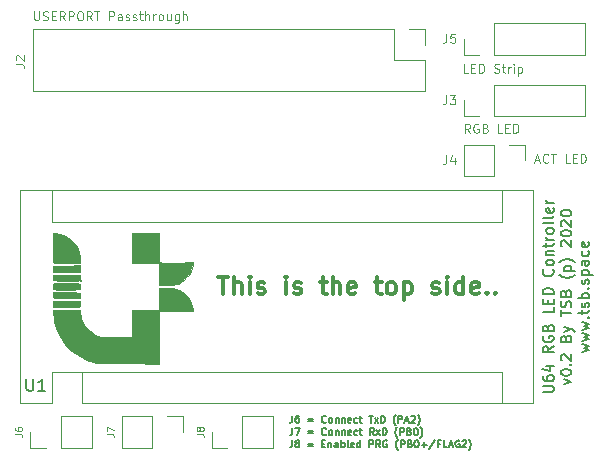
<source format=gto>
%TF.GenerationSoftware,KiCad,Pcbnew,(5.1.7)-1*%
%TF.CreationDate,2020-12-17T22:24:39+01:00*%
%TF.ProjectId,u64_rgb_led,7536345f-7267-4625-9f6c-65642e6b6963,rev?*%
%TF.SameCoordinates,Original*%
%TF.FileFunction,Legend,Top*%
%TF.FilePolarity,Positive*%
%FSLAX46Y46*%
G04 Gerber Fmt 4.6, Leading zero omitted, Abs format (unit mm)*
G04 Created by KiCad (PCBNEW (5.1.7)-1) date 2020-12-17 22:24:39*
%MOMM*%
%LPD*%
G01*
G04 APERTURE LIST*
%ADD10C,0.150000*%
%ADD11C,0.300000*%
%ADD12C,0.120000*%
%ADD13C,0.010000*%
%ADD14C,0.100000*%
G04 APERTURE END LIST*
D10*
X47782785Y-54247428D02*
X47782785Y-54676000D01*
X47754214Y-54761714D01*
X47697071Y-54818857D01*
X47611357Y-54847428D01*
X47554214Y-54847428D01*
X48325642Y-54247428D02*
X48211357Y-54247428D01*
X48154214Y-54276000D01*
X48125642Y-54304571D01*
X48068500Y-54390285D01*
X48039928Y-54504571D01*
X48039928Y-54733142D01*
X48068500Y-54790285D01*
X48097071Y-54818857D01*
X48154214Y-54847428D01*
X48268500Y-54847428D01*
X48325642Y-54818857D01*
X48354214Y-54790285D01*
X48382785Y-54733142D01*
X48382785Y-54590285D01*
X48354214Y-54533142D01*
X48325642Y-54504571D01*
X48268500Y-54476000D01*
X48154214Y-54476000D01*
X48097071Y-54504571D01*
X48068500Y-54533142D01*
X48039928Y-54590285D01*
X49097071Y-54533142D02*
X49554214Y-54533142D01*
X49554214Y-54704571D02*
X49097071Y-54704571D01*
X50639928Y-54790285D02*
X50611357Y-54818857D01*
X50525642Y-54847428D01*
X50468500Y-54847428D01*
X50382785Y-54818857D01*
X50325642Y-54761714D01*
X50297071Y-54704571D01*
X50268500Y-54590285D01*
X50268500Y-54504571D01*
X50297071Y-54390285D01*
X50325642Y-54333142D01*
X50382785Y-54276000D01*
X50468500Y-54247428D01*
X50525642Y-54247428D01*
X50611357Y-54276000D01*
X50639928Y-54304571D01*
X50982785Y-54847428D02*
X50925642Y-54818857D01*
X50897071Y-54790285D01*
X50868500Y-54733142D01*
X50868500Y-54561714D01*
X50897071Y-54504571D01*
X50925642Y-54476000D01*
X50982785Y-54447428D01*
X51068500Y-54447428D01*
X51125642Y-54476000D01*
X51154214Y-54504571D01*
X51182785Y-54561714D01*
X51182785Y-54733142D01*
X51154214Y-54790285D01*
X51125642Y-54818857D01*
X51068500Y-54847428D01*
X50982785Y-54847428D01*
X51439928Y-54447428D02*
X51439928Y-54847428D01*
X51439928Y-54504571D02*
X51468500Y-54476000D01*
X51525642Y-54447428D01*
X51611357Y-54447428D01*
X51668500Y-54476000D01*
X51697071Y-54533142D01*
X51697071Y-54847428D01*
X51982785Y-54447428D02*
X51982785Y-54847428D01*
X51982785Y-54504571D02*
X52011357Y-54476000D01*
X52068500Y-54447428D01*
X52154214Y-54447428D01*
X52211357Y-54476000D01*
X52239928Y-54533142D01*
X52239928Y-54847428D01*
X52754214Y-54818857D02*
X52697071Y-54847428D01*
X52582785Y-54847428D01*
X52525642Y-54818857D01*
X52497071Y-54761714D01*
X52497071Y-54533142D01*
X52525642Y-54476000D01*
X52582785Y-54447428D01*
X52697071Y-54447428D01*
X52754214Y-54476000D01*
X52782785Y-54533142D01*
X52782785Y-54590285D01*
X52497071Y-54647428D01*
X53297071Y-54818857D02*
X53239928Y-54847428D01*
X53125642Y-54847428D01*
X53068500Y-54818857D01*
X53039928Y-54790285D01*
X53011357Y-54733142D01*
X53011357Y-54561714D01*
X53039928Y-54504571D01*
X53068500Y-54476000D01*
X53125642Y-54447428D01*
X53239928Y-54447428D01*
X53297071Y-54476000D01*
X53468500Y-54447428D02*
X53697071Y-54447428D01*
X53554214Y-54247428D02*
X53554214Y-54761714D01*
X53582785Y-54818857D01*
X53639928Y-54847428D01*
X53697071Y-54847428D01*
X54268500Y-54247428D02*
X54611357Y-54247428D01*
X54439928Y-54847428D02*
X54439928Y-54247428D01*
X54754214Y-54847428D02*
X55068500Y-54447428D01*
X54754214Y-54447428D02*
X55068500Y-54847428D01*
X55297071Y-54847428D02*
X55297071Y-54247428D01*
X55439928Y-54247428D01*
X55525642Y-54276000D01*
X55582785Y-54333142D01*
X55611357Y-54390285D01*
X55639928Y-54504571D01*
X55639928Y-54590285D01*
X55611357Y-54704571D01*
X55582785Y-54761714D01*
X55525642Y-54818857D01*
X55439928Y-54847428D01*
X55297071Y-54847428D01*
X56525642Y-55076000D02*
X56497071Y-55047428D01*
X56439928Y-54961714D01*
X56411357Y-54904571D01*
X56382785Y-54818857D01*
X56354214Y-54676000D01*
X56354214Y-54561714D01*
X56382785Y-54418857D01*
X56411357Y-54333142D01*
X56439928Y-54276000D01*
X56497071Y-54190285D01*
X56525642Y-54161714D01*
X56754214Y-54847428D02*
X56754214Y-54247428D01*
X56982785Y-54247428D01*
X57039928Y-54276000D01*
X57068500Y-54304571D01*
X57097071Y-54361714D01*
X57097071Y-54447428D01*
X57068500Y-54504571D01*
X57039928Y-54533142D01*
X56982785Y-54561714D01*
X56754214Y-54561714D01*
X57325642Y-54676000D02*
X57611357Y-54676000D01*
X57268500Y-54847428D02*
X57468500Y-54247428D01*
X57668500Y-54847428D01*
X57839928Y-54304571D02*
X57868500Y-54276000D01*
X57925642Y-54247428D01*
X58068500Y-54247428D01*
X58125642Y-54276000D01*
X58154214Y-54304571D01*
X58182785Y-54361714D01*
X58182785Y-54418857D01*
X58154214Y-54504571D01*
X57811357Y-54847428D01*
X58182785Y-54847428D01*
X58382785Y-55076000D02*
X58411357Y-55047428D01*
X58468500Y-54961714D01*
X58497071Y-54904571D01*
X58525642Y-54818857D01*
X58554214Y-54676000D01*
X58554214Y-54561714D01*
X58525642Y-54418857D01*
X58497071Y-54333142D01*
X58468500Y-54276000D01*
X58411357Y-54190285D01*
X58382785Y-54161714D01*
X47782785Y-55297428D02*
X47782785Y-55726000D01*
X47754214Y-55811714D01*
X47697071Y-55868857D01*
X47611357Y-55897428D01*
X47554214Y-55897428D01*
X48011357Y-55297428D02*
X48411357Y-55297428D01*
X48154214Y-55897428D01*
X49097071Y-55583142D02*
X49554214Y-55583142D01*
X49554214Y-55754571D02*
X49097071Y-55754571D01*
X50639928Y-55840285D02*
X50611357Y-55868857D01*
X50525642Y-55897428D01*
X50468500Y-55897428D01*
X50382785Y-55868857D01*
X50325642Y-55811714D01*
X50297071Y-55754571D01*
X50268500Y-55640285D01*
X50268500Y-55554571D01*
X50297071Y-55440285D01*
X50325642Y-55383142D01*
X50382785Y-55326000D01*
X50468500Y-55297428D01*
X50525642Y-55297428D01*
X50611357Y-55326000D01*
X50639928Y-55354571D01*
X50982785Y-55897428D02*
X50925642Y-55868857D01*
X50897071Y-55840285D01*
X50868500Y-55783142D01*
X50868500Y-55611714D01*
X50897071Y-55554571D01*
X50925642Y-55526000D01*
X50982785Y-55497428D01*
X51068500Y-55497428D01*
X51125642Y-55526000D01*
X51154214Y-55554571D01*
X51182785Y-55611714D01*
X51182785Y-55783142D01*
X51154214Y-55840285D01*
X51125642Y-55868857D01*
X51068500Y-55897428D01*
X50982785Y-55897428D01*
X51439928Y-55497428D02*
X51439928Y-55897428D01*
X51439928Y-55554571D02*
X51468500Y-55526000D01*
X51525642Y-55497428D01*
X51611357Y-55497428D01*
X51668500Y-55526000D01*
X51697071Y-55583142D01*
X51697071Y-55897428D01*
X51982785Y-55497428D02*
X51982785Y-55897428D01*
X51982785Y-55554571D02*
X52011357Y-55526000D01*
X52068500Y-55497428D01*
X52154214Y-55497428D01*
X52211357Y-55526000D01*
X52239928Y-55583142D01*
X52239928Y-55897428D01*
X52754214Y-55868857D02*
X52697071Y-55897428D01*
X52582785Y-55897428D01*
X52525642Y-55868857D01*
X52497071Y-55811714D01*
X52497071Y-55583142D01*
X52525642Y-55526000D01*
X52582785Y-55497428D01*
X52697071Y-55497428D01*
X52754214Y-55526000D01*
X52782785Y-55583142D01*
X52782785Y-55640285D01*
X52497071Y-55697428D01*
X53297071Y-55868857D02*
X53239928Y-55897428D01*
X53125642Y-55897428D01*
X53068500Y-55868857D01*
X53039928Y-55840285D01*
X53011357Y-55783142D01*
X53011357Y-55611714D01*
X53039928Y-55554571D01*
X53068500Y-55526000D01*
X53125642Y-55497428D01*
X53239928Y-55497428D01*
X53297071Y-55526000D01*
X53468500Y-55497428D02*
X53697071Y-55497428D01*
X53554214Y-55297428D02*
X53554214Y-55811714D01*
X53582785Y-55868857D01*
X53639928Y-55897428D01*
X53697071Y-55897428D01*
X54697071Y-55897428D02*
X54497071Y-55611714D01*
X54354214Y-55897428D02*
X54354214Y-55297428D01*
X54582785Y-55297428D01*
X54639928Y-55326000D01*
X54668500Y-55354571D01*
X54697071Y-55411714D01*
X54697071Y-55497428D01*
X54668500Y-55554571D01*
X54639928Y-55583142D01*
X54582785Y-55611714D01*
X54354214Y-55611714D01*
X54897071Y-55897428D02*
X55211357Y-55497428D01*
X54897071Y-55497428D02*
X55211357Y-55897428D01*
X55439928Y-55897428D02*
X55439928Y-55297428D01*
X55582785Y-55297428D01*
X55668500Y-55326000D01*
X55725642Y-55383142D01*
X55754214Y-55440285D01*
X55782785Y-55554571D01*
X55782785Y-55640285D01*
X55754214Y-55754571D01*
X55725642Y-55811714D01*
X55668500Y-55868857D01*
X55582785Y-55897428D01*
X55439928Y-55897428D01*
X56668500Y-56126000D02*
X56639928Y-56097428D01*
X56582785Y-56011714D01*
X56554214Y-55954571D01*
X56525642Y-55868857D01*
X56497071Y-55726000D01*
X56497071Y-55611714D01*
X56525642Y-55468857D01*
X56554214Y-55383142D01*
X56582785Y-55326000D01*
X56639928Y-55240285D01*
X56668500Y-55211714D01*
X56897071Y-55897428D02*
X56897071Y-55297428D01*
X57125642Y-55297428D01*
X57182785Y-55326000D01*
X57211357Y-55354571D01*
X57239928Y-55411714D01*
X57239928Y-55497428D01*
X57211357Y-55554571D01*
X57182785Y-55583142D01*
X57125642Y-55611714D01*
X56897071Y-55611714D01*
X57697071Y-55583142D02*
X57782785Y-55611714D01*
X57811357Y-55640285D01*
X57839928Y-55697428D01*
X57839928Y-55783142D01*
X57811357Y-55840285D01*
X57782785Y-55868857D01*
X57725642Y-55897428D01*
X57497071Y-55897428D01*
X57497071Y-55297428D01*
X57697071Y-55297428D01*
X57754214Y-55326000D01*
X57782785Y-55354571D01*
X57811357Y-55411714D01*
X57811357Y-55468857D01*
X57782785Y-55526000D01*
X57754214Y-55554571D01*
X57697071Y-55583142D01*
X57497071Y-55583142D01*
X58211357Y-55297428D02*
X58268500Y-55297428D01*
X58325642Y-55326000D01*
X58354214Y-55354571D01*
X58382785Y-55411714D01*
X58411357Y-55526000D01*
X58411357Y-55668857D01*
X58382785Y-55783142D01*
X58354214Y-55840285D01*
X58325642Y-55868857D01*
X58268500Y-55897428D01*
X58211357Y-55897428D01*
X58154214Y-55868857D01*
X58125642Y-55840285D01*
X58097071Y-55783142D01*
X58068500Y-55668857D01*
X58068500Y-55526000D01*
X58097071Y-55411714D01*
X58125642Y-55354571D01*
X58154214Y-55326000D01*
X58211357Y-55297428D01*
X58611357Y-56126000D02*
X58639928Y-56097428D01*
X58697071Y-56011714D01*
X58725642Y-55954571D01*
X58754214Y-55868857D01*
X58782785Y-55726000D01*
X58782785Y-55611714D01*
X58754214Y-55468857D01*
X58725642Y-55383142D01*
X58697071Y-55326000D01*
X58639928Y-55240285D01*
X58611357Y-55211714D01*
X47782785Y-56347428D02*
X47782785Y-56776000D01*
X47754214Y-56861714D01*
X47697071Y-56918857D01*
X47611357Y-56947428D01*
X47554214Y-56947428D01*
X48154214Y-56604571D02*
X48097071Y-56576000D01*
X48068500Y-56547428D01*
X48039928Y-56490285D01*
X48039928Y-56461714D01*
X48068500Y-56404571D01*
X48097071Y-56376000D01*
X48154214Y-56347428D01*
X48268500Y-56347428D01*
X48325642Y-56376000D01*
X48354214Y-56404571D01*
X48382785Y-56461714D01*
X48382785Y-56490285D01*
X48354214Y-56547428D01*
X48325642Y-56576000D01*
X48268500Y-56604571D01*
X48154214Y-56604571D01*
X48097071Y-56633142D01*
X48068500Y-56661714D01*
X48039928Y-56718857D01*
X48039928Y-56833142D01*
X48068500Y-56890285D01*
X48097071Y-56918857D01*
X48154214Y-56947428D01*
X48268500Y-56947428D01*
X48325642Y-56918857D01*
X48354214Y-56890285D01*
X48382785Y-56833142D01*
X48382785Y-56718857D01*
X48354214Y-56661714D01*
X48325642Y-56633142D01*
X48268500Y-56604571D01*
X49097071Y-56633142D02*
X49554214Y-56633142D01*
X49554214Y-56804571D02*
X49097071Y-56804571D01*
X50297071Y-56633142D02*
X50497071Y-56633142D01*
X50582785Y-56947428D02*
X50297071Y-56947428D01*
X50297071Y-56347428D01*
X50582785Y-56347428D01*
X50839928Y-56547428D02*
X50839928Y-56947428D01*
X50839928Y-56604571D02*
X50868500Y-56576000D01*
X50925642Y-56547428D01*
X51011357Y-56547428D01*
X51068500Y-56576000D01*
X51097071Y-56633142D01*
X51097071Y-56947428D01*
X51639928Y-56947428D02*
X51639928Y-56633142D01*
X51611357Y-56576000D01*
X51554214Y-56547428D01*
X51439928Y-56547428D01*
X51382785Y-56576000D01*
X51639928Y-56918857D02*
X51582785Y-56947428D01*
X51439928Y-56947428D01*
X51382785Y-56918857D01*
X51354214Y-56861714D01*
X51354214Y-56804571D01*
X51382785Y-56747428D01*
X51439928Y-56718857D01*
X51582785Y-56718857D01*
X51639928Y-56690285D01*
X51925642Y-56947428D02*
X51925642Y-56347428D01*
X51925642Y-56576000D02*
X51982785Y-56547428D01*
X52097071Y-56547428D01*
X52154214Y-56576000D01*
X52182785Y-56604571D01*
X52211357Y-56661714D01*
X52211357Y-56833142D01*
X52182785Y-56890285D01*
X52154214Y-56918857D01*
X52097071Y-56947428D01*
X51982785Y-56947428D01*
X51925642Y-56918857D01*
X52554214Y-56947428D02*
X52497071Y-56918857D01*
X52468500Y-56861714D01*
X52468500Y-56347428D01*
X53011357Y-56918857D02*
X52954214Y-56947428D01*
X52839928Y-56947428D01*
X52782785Y-56918857D01*
X52754214Y-56861714D01*
X52754214Y-56633142D01*
X52782785Y-56576000D01*
X52839928Y-56547428D01*
X52954214Y-56547428D01*
X53011357Y-56576000D01*
X53039928Y-56633142D01*
X53039928Y-56690285D01*
X52754214Y-56747428D01*
X53554214Y-56947428D02*
X53554214Y-56347428D01*
X53554214Y-56918857D02*
X53497071Y-56947428D01*
X53382785Y-56947428D01*
X53325642Y-56918857D01*
X53297071Y-56890285D01*
X53268500Y-56833142D01*
X53268500Y-56661714D01*
X53297071Y-56604571D01*
X53325642Y-56576000D01*
X53382785Y-56547428D01*
X53497071Y-56547428D01*
X53554214Y-56576000D01*
X54297071Y-56947428D02*
X54297071Y-56347428D01*
X54525642Y-56347428D01*
X54582785Y-56376000D01*
X54611357Y-56404571D01*
X54639928Y-56461714D01*
X54639928Y-56547428D01*
X54611357Y-56604571D01*
X54582785Y-56633142D01*
X54525642Y-56661714D01*
X54297071Y-56661714D01*
X55239928Y-56947428D02*
X55039928Y-56661714D01*
X54897071Y-56947428D02*
X54897071Y-56347428D01*
X55125642Y-56347428D01*
X55182785Y-56376000D01*
X55211357Y-56404571D01*
X55239928Y-56461714D01*
X55239928Y-56547428D01*
X55211357Y-56604571D01*
X55182785Y-56633142D01*
X55125642Y-56661714D01*
X54897071Y-56661714D01*
X55811357Y-56376000D02*
X55754214Y-56347428D01*
X55668500Y-56347428D01*
X55582785Y-56376000D01*
X55525642Y-56433142D01*
X55497071Y-56490285D01*
X55468500Y-56604571D01*
X55468500Y-56690285D01*
X55497071Y-56804571D01*
X55525642Y-56861714D01*
X55582785Y-56918857D01*
X55668500Y-56947428D01*
X55725642Y-56947428D01*
X55811357Y-56918857D01*
X55839928Y-56890285D01*
X55839928Y-56690285D01*
X55725642Y-56690285D01*
X56725642Y-57176000D02*
X56697071Y-57147428D01*
X56639928Y-57061714D01*
X56611357Y-57004571D01*
X56582785Y-56918857D01*
X56554214Y-56776000D01*
X56554214Y-56661714D01*
X56582785Y-56518857D01*
X56611357Y-56433142D01*
X56639928Y-56376000D01*
X56697071Y-56290285D01*
X56725642Y-56261714D01*
X56954214Y-56947428D02*
X56954214Y-56347428D01*
X57182785Y-56347428D01*
X57239928Y-56376000D01*
X57268500Y-56404571D01*
X57297071Y-56461714D01*
X57297071Y-56547428D01*
X57268500Y-56604571D01*
X57239928Y-56633142D01*
X57182785Y-56661714D01*
X56954214Y-56661714D01*
X57754214Y-56633142D02*
X57839928Y-56661714D01*
X57868500Y-56690285D01*
X57897071Y-56747428D01*
X57897071Y-56833142D01*
X57868500Y-56890285D01*
X57839928Y-56918857D01*
X57782785Y-56947428D01*
X57554214Y-56947428D01*
X57554214Y-56347428D01*
X57754214Y-56347428D01*
X57811357Y-56376000D01*
X57839928Y-56404571D01*
X57868500Y-56461714D01*
X57868500Y-56518857D01*
X57839928Y-56576000D01*
X57811357Y-56604571D01*
X57754214Y-56633142D01*
X57554214Y-56633142D01*
X58268500Y-56347428D02*
X58325642Y-56347428D01*
X58382785Y-56376000D01*
X58411357Y-56404571D01*
X58439928Y-56461714D01*
X58468500Y-56576000D01*
X58468500Y-56718857D01*
X58439928Y-56833142D01*
X58411357Y-56890285D01*
X58382785Y-56918857D01*
X58325642Y-56947428D01*
X58268500Y-56947428D01*
X58211357Y-56918857D01*
X58182785Y-56890285D01*
X58154214Y-56833142D01*
X58125642Y-56718857D01*
X58125642Y-56576000D01*
X58154214Y-56461714D01*
X58182785Y-56404571D01*
X58211357Y-56376000D01*
X58268500Y-56347428D01*
X58725642Y-56718857D02*
X59182785Y-56718857D01*
X58954214Y-56947428D02*
X58954214Y-56490285D01*
X59897071Y-56318857D02*
X59382785Y-57090285D01*
X60297071Y-56633142D02*
X60097071Y-56633142D01*
X60097071Y-56947428D02*
X60097071Y-56347428D01*
X60382785Y-56347428D01*
X60897071Y-56947428D02*
X60611357Y-56947428D01*
X60611357Y-56347428D01*
X61068500Y-56776000D02*
X61354214Y-56776000D01*
X61011357Y-56947428D02*
X61211357Y-56347428D01*
X61411357Y-56947428D01*
X61925642Y-56376000D02*
X61868500Y-56347428D01*
X61782785Y-56347428D01*
X61697071Y-56376000D01*
X61639928Y-56433142D01*
X61611357Y-56490285D01*
X61582785Y-56604571D01*
X61582785Y-56690285D01*
X61611357Y-56804571D01*
X61639928Y-56861714D01*
X61697071Y-56918857D01*
X61782785Y-56947428D01*
X61839928Y-56947428D01*
X61925642Y-56918857D01*
X61954214Y-56890285D01*
X61954214Y-56690285D01*
X61839928Y-56690285D01*
X62182785Y-56404571D02*
X62211357Y-56376000D01*
X62268500Y-56347428D01*
X62411357Y-56347428D01*
X62468500Y-56376000D01*
X62497071Y-56404571D01*
X62525642Y-56461714D01*
X62525642Y-56518857D01*
X62497071Y-56604571D01*
X62154214Y-56947428D01*
X62525642Y-56947428D01*
X62725642Y-57176000D02*
X62754214Y-57147428D01*
X62811357Y-57061714D01*
X62839928Y-57004571D01*
X62868500Y-56918857D01*
X62897071Y-56776000D01*
X62897071Y-56661714D01*
X62868500Y-56518857D01*
X62839928Y-56433142D01*
X62811357Y-56376000D01*
X62754214Y-56290285D01*
X62725642Y-56261714D01*
D11*
X41482857Y-42485571D02*
X42340000Y-42485571D01*
X41911428Y-43985571D02*
X41911428Y-42485571D01*
X42840000Y-43985571D02*
X42840000Y-42485571D01*
X43482857Y-43985571D02*
X43482857Y-43199857D01*
X43411428Y-43057000D01*
X43268571Y-42985571D01*
X43054285Y-42985571D01*
X42911428Y-43057000D01*
X42840000Y-43128428D01*
X44197142Y-43985571D02*
X44197142Y-42985571D01*
X44197142Y-42485571D02*
X44125714Y-42557000D01*
X44197142Y-42628428D01*
X44268571Y-42557000D01*
X44197142Y-42485571D01*
X44197142Y-42628428D01*
X44840000Y-43914142D02*
X44982857Y-43985571D01*
X45268571Y-43985571D01*
X45411428Y-43914142D01*
X45482857Y-43771285D01*
X45482857Y-43699857D01*
X45411428Y-43557000D01*
X45268571Y-43485571D01*
X45054285Y-43485571D01*
X44911428Y-43414142D01*
X44840000Y-43271285D01*
X44840000Y-43199857D01*
X44911428Y-43057000D01*
X45054285Y-42985571D01*
X45268571Y-42985571D01*
X45411428Y-43057000D01*
X47268571Y-43985571D02*
X47268571Y-42985571D01*
X47268571Y-42485571D02*
X47197142Y-42557000D01*
X47268571Y-42628428D01*
X47340000Y-42557000D01*
X47268571Y-42485571D01*
X47268571Y-42628428D01*
X47911428Y-43914142D02*
X48054285Y-43985571D01*
X48340000Y-43985571D01*
X48482857Y-43914142D01*
X48554285Y-43771285D01*
X48554285Y-43699857D01*
X48482857Y-43557000D01*
X48340000Y-43485571D01*
X48125714Y-43485571D01*
X47982857Y-43414142D01*
X47911428Y-43271285D01*
X47911428Y-43199857D01*
X47982857Y-43057000D01*
X48125714Y-42985571D01*
X48340000Y-42985571D01*
X48482857Y-43057000D01*
X50125714Y-42985571D02*
X50697142Y-42985571D01*
X50340000Y-42485571D02*
X50340000Y-43771285D01*
X50411428Y-43914142D01*
X50554285Y-43985571D01*
X50697142Y-43985571D01*
X51197142Y-43985571D02*
X51197142Y-42485571D01*
X51840000Y-43985571D02*
X51840000Y-43199857D01*
X51768571Y-43057000D01*
X51625714Y-42985571D01*
X51411428Y-42985571D01*
X51268571Y-43057000D01*
X51197142Y-43128428D01*
X53125714Y-43914142D02*
X52982857Y-43985571D01*
X52697142Y-43985571D01*
X52554285Y-43914142D01*
X52482857Y-43771285D01*
X52482857Y-43199857D01*
X52554285Y-43057000D01*
X52697142Y-42985571D01*
X52982857Y-42985571D01*
X53125714Y-43057000D01*
X53197142Y-43199857D01*
X53197142Y-43342714D01*
X52482857Y-43485571D01*
X54768571Y-42985571D02*
X55340000Y-42985571D01*
X54982857Y-42485571D02*
X54982857Y-43771285D01*
X55054285Y-43914142D01*
X55197142Y-43985571D01*
X55340000Y-43985571D01*
X56054285Y-43985571D02*
X55911428Y-43914142D01*
X55840000Y-43842714D01*
X55768571Y-43699857D01*
X55768571Y-43271285D01*
X55840000Y-43128428D01*
X55911428Y-43057000D01*
X56054285Y-42985571D01*
X56268571Y-42985571D01*
X56411428Y-43057000D01*
X56482857Y-43128428D01*
X56554285Y-43271285D01*
X56554285Y-43699857D01*
X56482857Y-43842714D01*
X56411428Y-43914142D01*
X56268571Y-43985571D01*
X56054285Y-43985571D01*
X57197142Y-42985571D02*
X57197142Y-44485571D01*
X57197142Y-43057000D02*
X57340000Y-42985571D01*
X57625714Y-42985571D01*
X57768571Y-43057000D01*
X57840000Y-43128428D01*
X57911428Y-43271285D01*
X57911428Y-43699857D01*
X57840000Y-43842714D01*
X57768571Y-43914142D01*
X57625714Y-43985571D01*
X57340000Y-43985571D01*
X57197142Y-43914142D01*
X59625714Y-43914142D02*
X59768571Y-43985571D01*
X60054285Y-43985571D01*
X60197142Y-43914142D01*
X60268571Y-43771285D01*
X60268571Y-43699857D01*
X60197142Y-43557000D01*
X60054285Y-43485571D01*
X59840000Y-43485571D01*
X59697142Y-43414142D01*
X59625714Y-43271285D01*
X59625714Y-43199857D01*
X59697142Y-43057000D01*
X59840000Y-42985571D01*
X60054285Y-42985571D01*
X60197142Y-43057000D01*
X60911428Y-43985571D02*
X60911428Y-42985571D01*
X60911428Y-42485571D02*
X60840000Y-42557000D01*
X60911428Y-42628428D01*
X60982857Y-42557000D01*
X60911428Y-42485571D01*
X60911428Y-42628428D01*
X62268571Y-43985571D02*
X62268571Y-42485571D01*
X62268571Y-43914142D02*
X62125714Y-43985571D01*
X61839999Y-43985571D01*
X61697142Y-43914142D01*
X61625714Y-43842714D01*
X61554285Y-43699857D01*
X61554285Y-43271285D01*
X61625714Y-43128428D01*
X61697142Y-43057000D01*
X61839999Y-42985571D01*
X62125714Y-42985571D01*
X62268571Y-43057000D01*
X63554285Y-43914142D02*
X63411428Y-43985571D01*
X63125714Y-43985571D01*
X62982857Y-43914142D01*
X62911428Y-43771285D01*
X62911428Y-43199857D01*
X62982857Y-43057000D01*
X63125714Y-42985571D01*
X63411428Y-42985571D01*
X63554285Y-43057000D01*
X63625714Y-43199857D01*
X63625714Y-43342714D01*
X62911428Y-43485571D01*
X64268571Y-43842714D02*
X64340000Y-43914142D01*
X64268571Y-43985571D01*
X64197142Y-43914142D01*
X64268571Y-43842714D01*
X64268571Y-43985571D01*
X64982857Y-43842714D02*
X65054285Y-43914142D01*
X64982857Y-43985571D01*
X64911428Y-43914142D01*
X64982857Y-43842714D01*
X64982857Y-43985571D01*
D10*
X69000142Y-52253142D02*
X69728714Y-52253142D01*
X69814428Y-52210285D01*
X69857285Y-52167428D01*
X69900142Y-52081714D01*
X69900142Y-51910285D01*
X69857285Y-51824571D01*
X69814428Y-51781714D01*
X69728714Y-51738857D01*
X69000142Y-51738857D01*
X69000142Y-50924571D02*
X69000142Y-51096000D01*
X69043000Y-51181714D01*
X69085857Y-51224571D01*
X69214428Y-51310285D01*
X69385857Y-51353142D01*
X69728714Y-51353142D01*
X69814428Y-51310285D01*
X69857285Y-51267428D01*
X69900142Y-51181714D01*
X69900142Y-51010285D01*
X69857285Y-50924571D01*
X69814428Y-50881714D01*
X69728714Y-50838857D01*
X69514428Y-50838857D01*
X69428714Y-50881714D01*
X69385857Y-50924571D01*
X69343000Y-51010285D01*
X69343000Y-51181714D01*
X69385857Y-51267428D01*
X69428714Y-51310285D01*
X69514428Y-51353142D01*
X69300142Y-50067428D02*
X69900142Y-50067428D01*
X68957285Y-50281714D02*
X69600142Y-50496000D01*
X69600142Y-49938857D01*
X69900142Y-48396000D02*
X69471571Y-48696000D01*
X69900142Y-48910285D02*
X69000142Y-48910285D01*
X69000142Y-48567428D01*
X69043000Y-48481714D01*
X69085857Y-48438857D01*
X69171571Y-48396000D01*
X69300142Y-48396000D01*
X69385857Y-48438857D01*
X69428714Y-48481714D01*
X69471571Y-48567428D01*
X69471571Y-48910285D01*
X69043000Y-47538857D02*
X69000142Y-47624571D01*
X69000142Y-47753142D01*
X69043000Y-47881714D01*
X69128714Y-47967428D01*
X69214428Y-48010285D01*
X69385857Y-48053142D01*
X69514428Y-48053142D01*
X69685857Y-48010285D01*
X69771571Y-47967428D01*
X69857285Y-47881714D01*
X69900142Y-47753142D01*
X69900142Y-47667428D01*
X69857285Y-47538857D01*
X69814428Y-47496000D01*
X69514428Y-47496000D01*
X69514428Y-47667428D01*
X69428714Y-46810285D02*
X69471571Y-46681714D01*
X69514428Y-46638857D01*
X69600142Y-46596000D01*
X69728714Y-46596000D01*
X69814428Y-46638857D01*
X69857285Y-46681714D01*
X69900142Y-46767428D01*
X69900142Y-47110285D01*
X69000142Y-47110285D01*
X69000142Y-46810285D01*
X69043000Y-46724571D01*
X69085857Y-46681714D01*
X69171571Y-46638857D01*
X69257285Y-46638857D01*
X69343000Y-46681714D01*
X69385857Y-46724571D01*
X69428714Y-46810285D01*
X69428714Y-47110285D01*
X69900142Y-45096000D02*
X69900142Y-45524571D01*
X69000142Y-45524571D01*
X69428714Y-44796000D02*
X69428714Y-44496000D01*
X69900142Y-44367428D02*
X69900142Y-44796000D01*
X69000142Y-44796000D01*
X69000142Y-44367428D01*
X69900142Y-43981714D02*
X69000142Y-43981714D01*
X69000142Y-43767428D01*
X69043000Y-43638857D01*
X69128714Y-43553142D01*
X69214428Y-43510285D01*
X69385857Y-43467428D01*
X69514428Y-43467428D01*
X69685857Y-43510285D01*
X69771571Y-43553142D01*
X69857285Y-43638857D01*
X69900142Y-43767428D01*
X69900142Y-43981714D01*
X69814428Y-41881714D02*
X69857285Y-41924571D01*
X69900142Y-42053142D01*
X69900142Y-42138857D01*
X69857285Y-42267428D01*
X69771571Y-42353142D01*
X69685857Y-42396000D01*
X69514428Y-42438857D01*
X69385857Y-42438857D01*
X69214428Y-42396000D01*
X69128714Y-42353142D01*
X69043000Y-42267428D01*
X69000142Y-42138857D01*
X69000142Y-42053142D01*
X69043000Y-41924571D01*
X69085857Y-41881714D01*
X69900142Y-41367428D02*
X69857285Y-41453142D01*
X69814428Y-41496000D01*
X69728714Y-41538857D01*
X69471571Y-41538857D01*
X69385857Y-41496000D01*
X69343000Y-41453142D01*
X69300142Y-41367428D01*
X69300142Y-41238857D01*
X69343000Y-41153142D01*
X69385857Y-41110285D01*
X69471571Y-41067428D01*
X69728714Y-41067428D01*
X69814428Y-41110285D01*
X69857285Y-41153142D01*
X69900142Y-41238857D01*
X69900142Y-41367428D01*
X69300142Y-40681714D02*
X69900142Y-40681714D01*
X69385857Y-40681714D02*
X69343000Y-40638857D01*
X69300142Y-40553142D01*
X69300142Y-40424571D01*
X69343000Y-40338857D01*
X69428714Y-40296000D01*
X69900142Y-40296000D01*
X69300142Y-39996000D02*
X69300142Y-39653142D01*
X69000142Y-39867428D02*
X69771571Y-39867428D01*
X69857285Y-39824571D01*
X69900142Y-39738857D01*
X69900142Y-39653142D01*
X69900142Y-39353142D02*
X69300142Y-39353142D01*
X69471571Y-39353142D02*
X69385857Y-39310285D01*
X69343000Y-39267428D01*
X69300142Y-39181714D01*
X69300142Y-39096000D01*
X69900142Y-38667428D02*
X69857285Y-38753142D01*
X69814428Y-38796000D01*
X69728714Y-38838857D01*
X69471571Y-38838857D01*
X69385857Y-38796000D01*
X69343000Y-38753142D01*
X69300142Y-38667428D01*
X69300142Y-38538857D01*
X69343000Y-38453142D01*
X69385857Y-38410285D01*
X69471571Y-38367428D01*
X69728714Y-38367428D01*
X69814428Y-38410285D01*
X69857285Y-38453142D01*
X69900142Y-38538857D01*
X69900142Y-38667428D01*
X69900142Y-37853142D02*
X69857285Y-37938857D01*
X69771571Y-37981714D01*
X69000142Y-37981714D01*
X69900142Y-37381714D02*
X69857285Y-37467428D01*
X69771571Y-37510285D01*
X69000142Y-37510285D01*
X69857285Y-36696000D02*
X69900142Y-36781714D01*
X69900142Y-36953142D01*
X69857285Y-37038857D01*
X69771571Y-37081714D01*
X69428714Y-37081714D01*
X69343000Y-37038857D01*
X69300142Y-36953142D01*
X69300142Y-36781714D01*
X69343000Y-36696000D01*
X69428714Y-36653142D01*
X69514428Y-36653142D01*
X69600142Y-37081714D01*
X69900142Y-36267428D02*
X69300142Y-36267428D01*
X69471571Y-36267428D02*
X69385857Y-36224571D01*
X69343000Y-36181714D01*
X69300142Y-36096000D01*
X69300142Y-36010285D01*
X70800142Y-51588857D02*
X71400142Y-51374571D01*
X70800142Y-51160285D01*
X70500142Y-50646000D02*
X70500142Y-50560285D01*
X70543000Y-50474571D01*
X70585857Y-50431714D01*
X70671571Y-50388857D01*
X70843000Y-50346000D01*
X71057285Y-50346000D01*
X71228714Y-50388857D01*
X71314428Y-50431714D01*
X71357285Y-50474571D01*
X71400142Y-50560285D01*
X71400142Y-50646000D01*
X71357285Y-50731714D01*
X71314428Y-50774571D01*
X71228714Y-50817428D01*
X71057285Y-50860285D01*
X70843000Y-50860285D01*
X70671571Y-50817428D01*
X70585857Y-50774571D01*
X70543000Y-50731714D01*
X70500142Y-50646000D01*
X71314428Y-49960285D02*
X71357285Y-49917428D01*
X71400142Y-49960285D01*
X71357285Y-50003142D01*
X71314428Y-49960285D01*
X71400142Y-49960285D01*
X70585857Y-49574571D02*
X70543000Y-49531714D01*
X70500142Y-49446000D01*
X70500142Y-49231714D01*
X70543000Y-49146000D01*
X70585857Y-49103142D01*
X70671571Y-49060285D01*
X70757285Y-49060285D01*
X70885857Y-49103142D01*
X71400142Y-49617428D01*
X71400142Y-49060285D01*
X70928714Y-47688857D02*
X70971571Y-47560285D01*
X71014428Y-47517428D01*
X71100142Y-47474571D01*
X71228714Y-47474571D01*
X71314428Y-47517428D01*
X71357285Y-47560285D01*
X71400142Y-47646000D01*
X71400142Y-47988857D01*
X70500142Y-47988857D01*
X70500142Y-47688857D01*
X70543000Y-47603142D01*
X70585857Y-47560285D01*
X70671571Y-47517428D01*
X70757285Y-47517428D01*
X70843000Y-47560285D01*
X70885857Y-47603142D01*
X70928714Y-47688857D01*
X70928714Y-47988857D01*
X70800142Y-47174571D02*
X71400142Y-46960285D01*
X70800142Y-46746000D02*
X71400142Y-46960285D01*
X71614428Y-47046000D01*
X71657285Y-47088857D01*
X71700142Y-47174571D01*
X70500142Y-45846000D02*
X70500142Y-45331714D01*
X71400142Y-45588857D02*
X70500142Y-45588857D01*
X71357285Y-45074571D02*
X71400142Y-44946000D01*
X71400142Y-44731714D01*
X71357285Y-44646000D01*
X71314428Y-44603142D01*
X71228714Y-44560285D01*
X71143000Y-44560285D01*
X71057285Y-44603142D01*
X71014428Y-44646000D01*
X70971571Y-44731714D01*
X70928714Y-44903142D01*
X70885857Y-44988857D01*
X70843000Y-45031714D01*
X70757285Y-45074571D01*
X70671571Y-45074571D01*
X70585857Y-45031714D01*
X70543000Y-44988857D01*
X70500142Y-44903142D01*
X70500142Y-44688857D01*
X70543000Y-44560285D01*
X70928714Y-43874571D02*
X70971571Y-43746000D01*
X71014428Y-43703142D01*
X71100142Y-43660285D01*
X71228714Y-43660285D01*
X71314428Y-43703142D01*
X71357285Y-43746000D01*
X71400142Y-43831714D01*
X71400142Y-44174571D01*
X70500142Y-44174571D01*
X70500142Y-43874571D01*
X70543000Y-43788857D01*
X70585857Y-43746000D01*
X70671571Y-43703142D01*
X70757285Y-43703142D01*
X70843000Y-43746000D01*
X70885857Y-43788857D01*
X70928714Y-43874571D01*
X70928714Y-44174571D01*
X71743000Y-42331714D02*
X71700142Y-42374571D01*
X71571571Y-42460285D01*
X71485857Y-42503142D01*
X71357285Y-42546000D01*
X71143000Y-42588857D01*
X70971571Y-42588857D01*
X70757285Y-42546000D01*
X70628714Y-42503142D01*
X70543000Y-42460285D01*
X70414428Y-42374571D01*
X70371571Y-42331714D01*
X70800142Y-41988857D02*
X71700142Y-41988857D01*
X70843000Y-41988857D02*
X70800142Y-41903142D01*
X70800142Y-41731714D01*
X70843000Y-41646000D01*
X70885857Y-41603142D01*
X70971571Y-41560285D01*
X71228714Y-41560285D01*
X71314428Y-41603142D01*
X71357285Y-41646000D01*
X71400142Y-41731714D01*
X71400142Y-41903142D01*
X71357285Y-41988857D01*
X71743000Y-41260285D02*
X71700142Y-41217428D01*
X71571571Y-41131714D01*
X71485857Y-41088857D01*
X71357285Y-41046000D01*
X71143000Y-41003142D01*
X70971571Y-41003142D01*
X70757285Y-41046000D01*
X70628714Y-41088857D01*
X70543000Y-41131714D01*
X70414428Y-41217428D01*
X70371571Y-41260285D01*
X70585857Y-39931714D02*
X70543000Y-39888857D01*
X70500142Y-39803142D01*
X70500142Y-39588857D01*
X70543000Y-39503142D01*
X70585857Y-39460285D01*
X70671571Y-39417428D01*
X70757285Y-39417428D01*
X70885857Y-39460285D01*
X71400142Y-39974571D01*
X71400142Y-39417428D01*
X70500142Y-38860285D02*
X70500142Y-38774571D01*
X70543000Y-38688857D01*
X70585857Y-38646000D01*
X70671571Y-38603142D01*
X70843000Y-38560285D01*
X71057285Y-38560285D01*
X71228714Y-38603142D01*
X71314428Y-38646000D01*
X71357285Y-38688857D01*
X71400142Y-38774571D01*
X71400142Y-38860285D01*
X71357285Y-38946000D01*
X71314428Y-38988857D01*
X71228714Y-39031714D01*
X71057285Y-39074571D01*
X70843000Y-39074571D01*
X70671571Y-39031714D01*
X70585857Y-38988857D01*
X70543000Y-38946000D01*
X70500142Y-38860285D01*
X70585857Y-38217428D02*
X70543000Y-38174571D01*
X70500142Y-38088857D01*
X70500142Y-37874571D01*
X70543000Y-37788857D01*
X70585857Y-37746000D01*
X70671571Y-37703142D01*
X70757285Y-37703142D01*
X70885857Y-37746000D01*
X71400142Y-38260285D01*
X71400142Y-37703142D01*
X70500142Y-37146000D02*
X70500142Y-37060285D01*
X70543000Y-36974571D01*
X70585857Y-36931714D01*
X70671571Y-36888857D01*
X70843000Y-36846000D01*
X71057285Y-36846000D01*
X71228714Y-36888857D01*
X71314428Y-36931714D01*
X71357285Y-36974571D01*
X71400142Y-37060285D01*
X71400142Y-37146000D01*
X71357285Y-37231714D01*
X71314428Y-37274571D01*
X71228714Y-37317428D01*
X71057285Y-37360285D01*
X70843000Y-37360285D01*
X70671571Y-37317428D01*
X70585857Y-37274571D01*
X70543000Y-37231714D01*
X70500142Y-37146000D01*
X72300142Y-48888857D02*
X72900142Y-48717428D01*
X72471571Y-48546000D01*
X72900142Y-48374571D01*
X72300142Y-48203142D01*
X72300142Y-47946000D02*
X72900142Y-47774571D01*
X72471571Y-47603142D01*
X72900142Y-47431714D01*
X72300142Y-47260285D01*
X72300142Y-47003142D02*
X72900142Y-46831714D01*
X72471571Y-46660285D01*
X72900142Y-46488857D01*
X72300142Y-46317428D01*
X72814428Y-45974571D02*
X72857285Y-45931714D01*
X72900142Y-45974571D01*
X72857285Y-46017428D01*
X72814428Y-45974571D01*
X72900142Y-45974571D01*
X72300142Y-45674571D02*
X72300142Y-45331714D01*
X72000142Y-45546000D02*
X72771571Y-45546000D01*
X72857285Y-45503142D01*
X72900142Y-45417428D01*
X72900142Y-45331714D01*
X72857285Y-45074571D02*
X72900142Y-44988857D01*
X72900142Y-44817428D01*
X72857285Y-44731714D01*
X72771571Y-44688857D01*
X72728714Y-44688857D01*
X72643000Y-44731714D01*
X72600142Y-44817428D01*
X72600142Y-44946000D01*
X72557285Y-45031714D01*
X72471571Y-45074571D01*
X72428714Y-45074571D01*
X72343000Y-45031714D01*
X72300142Y-44946000D01*
X72300142Y-44817428D01*
X72343000Y-44731714D01*
X72900142Y-44303142D02*
X72000142Y-44303142D01*
X72343000Y-44303142D02*
X72300142Y-44217428D01*
X72300142Y-44046000D01*
X72343000Y-43960285D01*
X72385857Y-43917428D01*
X72471571Y-43874571D01*
X72728714Y-43874571D01*
X72814428Y-43917428D01*
X72857285Y-43960285D01*
X72900142Y-44046000D01*
X72900142Y-44217428D01*
X72857285Y-44303142D01*
X72814428Y-43488857D02*
X72857285Y-43446000D01*
X72900142Y-43488857D01*
X72857285Y-43531714D01*
X72814428Y-43488857D01*
X72900142Y-43488857D01*
X72857285Y-43103142D02*
X72900142Y-43017428D01*
X72900142Y-42846000D01*
X72857285Y-42760285D01*
X72771571Y-42717428D01*
X72728714Y-42717428D01*
X72643000Y-42760285D01*
X72600142Y-42846000D01*
X72600142Y-42974571D01*
X72557285Y-43060285D01*
X72471571Y-43103142D01*
X72428714Y-43103142D01*
X72343000Y-43060285D01*
X72300142Y-42974571D01*
X72300142Y-42846000D01*
X72343000Y-42760285D01*
X72300142Y-42331714D02*
X73200142Y-42331714D01*
X72343000Y-42331714D02*
X72300142Y-42246000D01*
X72300142Y-42074571D01*
X72343000Y-41988857D01*
X72385857Y-41946000D01*
X72471571Y-41903142D01*
X72728714Y-41903142D01*
X72814428Y-41946000D01*
X72857285Y-41988857D01*
X72900142Y-42074571D01*
X72900142Y-42246000D01*
X72857285Y-42331714D01*
X72900142Y-41131714D02*
X72428714Y-41131714D01*
X72343000Y-41174571D01*
X72300142Y-41260285D01*
X72300142Y-41431714D01*
X72343000Y-41517428D01*
X72857285Y-41131714D02*
X72900142Y-41217428D01*
X72900142Y-41431714D01*
X72857285Y-41517428D01*
X72771571Y-41560285D01*
X72685857Y-41560285D01*
X72600142Y-41517428D01*
X72557285Y-41431714D01*
X72557285Y-41217428D01*
X72514428Y-41131714D01*
X72857285Y-40317428D02*
X72900142Y-40403142D01*
X72900142Y-40574571D01*
X72857285Y-40660285D01*
X72814428Y-40703142D01*
X72728714Y-40746000D01*
X72471571Y-40746000D01*
X72385857Y-40703142D01*
X72343000Y-40660285D01*
X72300142Y-40574571D01*
X72300142Y-40403142D01*
X72343000Y-40317428D01*
X72857285Y-39588857D02*
X72900142Y-39674571D01*
X72900142Y-39846000D01*
X72857285Y-39931714D01*
X72771571Y-39974571D01*
X72428714Y-39974571D01*
X72343000Y-39931714D01*
X72300142Y-39846000D01*
X72300142Y-39674571D01*
X72343000Y-39588857D01*
X72428714Y-39546000D01*
X72514428Y-39546000D01*
X72600142Y-39974571D01*
D12*
X24762000Y-35176000D02*
X24762000Y-53216000D01*
X68202000Y-35176000D02*
X24762000Y-35176000D01*
X68202000Y-53216000D02*
X68202000Y-35176000D01*
X65532000Y-50546000D02*
X65532000Y-53216000D01*
X29972000Y-50546000D02*
X65532000Y-50546000D01*
X29972000Y-50546000D02*
X29972000Y-53216000D01*
X65532000Y-37846000D02*
X65532000Y-35176000D01*
X27432000Y-37846000D02*
X65532000Y-37846000D01*
X27432000Y-37846000D02*
X27432000Y-35176000D01*
X24762000Y-53216000D02*
X27432000Y-53216000D01*
X29972000Y-53216000D02*
X68202000Y-53216000D01*
X27432000Y-50546000D02*
X27432000Y-53216000D01*
X29972000Y-50546000D02*
X27432000Y-50546000D01*
X58988000Y-26730000D02*
X58988000Y-24130000D01*
X58988000Y-26730000D02*
X25848000Y-26730000D01*
X25848000Y-26730000D02*
X25848000Y-21530000D01*
X56388000Y-21530000D02*
X25848000Y-21530000D01*
X56388000Y-24130000D02*
X56388000Y-21530000D01*
X58988000Y-24130000D02*
X56388000Y-24130000D01*
X58988000Y-21530000D02*
X57658000Y-21530000D01*
X58988000Y-22860000D02*
X58988000Y-21530000D01*
D13*
G36*
X27733625Y-38822918D02*
G01*
X28064460Y-38868632D01*
X28387195Y-38972218D01*
X28694137Y-39128049D01*
X28977596Y-39330497D01*
X29229880Y-39573935D01*
X29443298Y-39852736D01*
X29610160Y-40161273D01*
X29631353Y-40211375D01*
X29680410Y-40356891D01*
X29726120Y-40537076D01*
X29764924Y-40732123D01*
X29793264Y-40922226D01*
X29807583Y-41087580D01*
X29806669Y-41187365D01*
X29796586Y-41307712D01*
X28673743Y-41315168D01*
X28341375Y-41316472D01*
X28064126Y-41315636D01*
X27843639Y-41312694D01*
X27681560Y-41307682D01*
X27579532Y-41300635D01*
X27539199Y-41291589D01*
X27538690Y-41290787D01*
X27536179Y-41252912D01*
X27534267Y-41158630D01*
X27532976Y-41015031D01*
X27532327Y-40829206D01*
X27532343Y-40608246D01*
X27533045Y-40359240D01*
X27534455Y-40089279D01*
X27534802Y-40036662D01*
X27543125Y-38814375D01*
X27733625Y-38822918D01*
G37*
X27733625Y-38822918D02*
X28064460Y-38868632D01*
X28387195Y-38972218D01*
X28694137Y-39128049D01*
X28977596Y-39330497D01*
X29229880Y-39573935D01*
X29443298Y-39852736D01*
X29610160Y-40161273D01*
X29631353Y-40211375D01*
X29680410Y-40356891D01*
X29726120Y-40537076D01*
X29764924Y-40732123D01*
X29793264Y-40922226D01*
X29807583Y-41087580D01*
X29806669Y-41187365D01*
X29796586Y-41307712D01*
X28673743Y-41315168D01*
X28341375Y-41316472D01*
X28064126Y-41315636D01*
X27843639Y-41312694D01*
X27681560Y-41307682D01*
X27579532Y-41300635D01*
X27539199Y-41291589D01*
X27538690Y-41290787D01*
X27536179Y-41252912D01*
X27534267Y-41158630D01*
X27532976Y-41015031D01*
X27532327Y-40829206D01*
X27532343Y-40608246D01*
X27533045Y-40359240D01*
X27534455Y-40089279D01*
X27534802Y-40036662D01*
X27543125Y-38814375D01*
X27733625Y-38822918D01*
G36*
X29826055Y-41786092D02*
G01*
X29821747Y-41907083D01*
X29813192Y-42004744D01*
X29802119Y-42060375D01*
X29800369Y-42063904D01*
X29763166Y-42074327D01*
X29671353Y-42083136D01*
X29533798Y-42090337D01*
X29359371Y-42095937D01*
X29156940Y-42099940D01*
X28935374Y-42102354D01*
X28703543Y-42103183D01*
X28470314Y-42102435D01*
X28244558Y-42100114D01*
X28035143Y-42096226D01*
X27850937Y-42090778D01*
X27700811Y-42083775D01*
X27593632Y-42075223D01*
X27538270Y-42065129D01*
X27533600Y-42062400D01*
X27512086Y-42008993D01*
X27499359Y-41914727D01*
X27496362Y-41801754D01*
X27504037Y-41692229D01*
X27515312Y-41632948D01*
X27534258Y-41562271D01*
X28681691Y-41553573D01*
X29829125Y-41544875D01*
X29826055Y-41786092D01*
G37*
X29826055Y-41786092D02*
X29821747Y-41907083D01*
X29813192Y-42004744D01*
X29802119Y-42060375D01*
X29800369Y-42063904D01*
X29763166Y-42074327D01*
X29671353Y-42083136D01*
X29533798Y-42090337D01*
X29359371Y-42095937D01*
X29156940Y-42099940D01*
X28935374Y-42102354D01*
X28703543Y-42103183D01*
X28470314Y-42102435D01*
X28244558Y-42100114D01*
X28035143Y-42096226D01*
X27850937Y-42090778D01*
X27700811Y-42083775D01*
X27593632Y-42075223D01*
X27538270Y-42065129D01*
X27533600Y-42062400D01*
X27512086Y-42008993D01*
X27499359Y-41914727D01*
X27496362Y-41801754D01*
X27504037Y-41692229D01*
X27515312Y-41632948D01*
X27534258Y-41562271D01*
X28681691Y-41553573D01*
X29829125Y-41544875D01*
X29826055Y-41786092D01*
G36*
X28891099Y-42323781D02*
G01*
X29129353Y-42325278D01*
X29341289Y-42327552D01*
X29518985Y-42330482D01*
X29654517Y-42333943D01*
X29739963Y-42337814D01*
X29765625Y-42340673D01*
X29799889Y-42357347D01*
X29818650Y-42394147D01*
X29825914Y-42466175D01*
X29826013Y-42568319D01*
X29821363Y-42685451D01*
X29808995Y-42754322D01*
X29784796Y-42790069D01*
X29762513Y-42802060D01*
X29710091Y-42810189D01*
X29605485Y-42816709D01*
X29457637Y-42821672D01*
X29275490Y-42825129D01*
X29067984Y-42827134D01*
X28844064Y-42827739D01*
X28612670Y-42826996D01*
X28382744Y-42824957D01*
X28163231Y-42821674D01*
X27963070Y-42817201D01*
X27791205Y-42811588D01*
X27656578Y-42804890D01*
X27568130Y-42797157D01*
X27535113Y-42789028D01*
X27515072Y-42729717D01*
X27504302Y-42633557D01*
X27503004Y-42524926D01*
X27511381Y-42428200D01*
X27529633Y-42367760D01*
X27531605Y-42365126D01*
X27553300Y-42353212D01*
X27600336Y-42343639D01*
X27678400Y-42336192D01*
X27793177Y-42330652D01*
X27950351Y-42326806D01*
X28155609Y-42324435D01*
X28414636Y-42323325D01*
X28634450Y-42323183D01*
X28891099Y-42323781D01*
G37*
X28891099Y-42323781D02*
X29129353Y-42325278D01*
X29341289Y-42327552D01*
X29518985Y-42330482D01*
X29654517Y-42333943D01*
X29739963Y-42337814D01*
X29765625Y-42340673D01*
X29799889Y-42357347D01*
X29818650Y-42394147D01*
X29825914Y-42466175D01*
X29826013Y-42568319D01*
X29821363Y-42685451D01*
X29808995Y-42754322D01*
X29784796Y-42790069D01*
X29762513Y-42802060D01*
X29710091Y-42810189D01*
X29605485Y-42816709D01*
X29457637Y-42821672D01*
X29275490Y-42825129D01*
X29067984Y-42827134D01*
X28844064Y-42827739D01*
X28612670Y-42826996D01*
X28382744Y-42824957D01*
X28163231Y-42821674D01*
X27963070Y-42817201D01*
X27791205Y-42811588D01*
X27656578Y-42804890D01*
X27568130Y-42797157D01*
X27535113Y-42789028D01*
X27515072Y-42729717D01*
X27504302Y-42633557D01*
X27503004Y-42524926D01*
X27511381Y-42428200D01*
X27529633Y-42367760D01*
X27531605Y-42365126D01*
X27553300Y-42353212D01*
X27600336Y-42343639D01*
X27678400Y-42336192D01*
X27793177Y-42330652D01*
X27950351Y-42326806D01*
X28155609Y-42324435D01*
X28414636Y-42323325D01*
X28634450Y-42323183D01*
X28891099Y-42323781D01*
G36*
X29876385Y-42823564D02*
G01*
X29876750Y-42830750D01*
X29852342Y-42861279D01*
X29843126Y-42862500D01*
X29824163Y-42843048D01*
X29829125Y-42830750D01*
X29857655Y-42800461D01*
X29862748Y-42799000D01*
X29876385Y-42823564D01*
G37*
X29876385Y-42823564D02*
X29876750Y-42830750D01*
X29852342Y-42861279D01*
X29843126Y-42862500D01*
X29824163Y-42843048D01*
X29829125Y-42830750D01*
X29857655Y-42800461D01*
X29862748Y-42799000D01*
X29876385Y-42823564D01*
G36*
X36512485Y-40012937D02*
G01*
X36512188Y-40285598D01*
X36511948Y-40538999D01*
X36511771Y-40765958D01*
X36511659Y-40959292D01*
X36511618Y-41111817D01*
X36511651Y-41216352D01*
X36511761Y-41265713D01*
X36511787Y-41268003D01*
X36523276Y-41277873D01*
X36560501Y-41285914D01*
X36628171Y-41292233D01*
X36730992Y-41296933D01*
X36873671Y-41300119D01*
X37060917Y-41301894D01*
X37297436Y-41302364D01*
X37587936Y-41301631D01*
X37937124Y-41299802D01*
X37944955Y-41299753D01*
X39377411Y-41290875D01*
X39359006Y-41465500D01*
X39299744Y-41749075D01*
X39185762Y-42033935D01*
X39024530Y-42308516D01*
X38823515Y-42561261D01*
X38590187Y-42780607D01*
X38437877Y-42891316D01*
X38263368Y-42994518D01*
X38087462Y-43074425D01*
X37898999Y-43133492D01*
X37686817Y-43174169D01*
X37439754Y-43198911D01*
X37146649Y-43210170D01*
X36980812Y-43211510D01*
X36480750Y-43211750D01*
X36480750Y-41306750D01*
X34226500Y-41306750D01*
X34226500Y-38798500D01*
X36513897Y-38798500D01*
X36512485Y-40012937D01*
G37*
X36512485Y-40012937D02*
X36512188Y-40285598D01*
X36511948Y-40538999D01*
X36511771Y-40765958D01*
X36511659Y-40959292D01*
X36511618Y-41111817D01*
X36511651Y-41216352D01*
X36511761Y-41265713D01*
X36511787Y-41268003D01*
X36523276Y-41277873D01*
X36560501Y-41285914D01*
X36628171Y-41292233D01*
X36730992Y-41296933D01*
X36873671Y-41300119D01*
X37060917Y-41301894D01*
X37297436Y-41302364D01*
X37587936Y-41301631D01*
X37937124Y-41299802D01*
X37944955Y-41299753D01*
X39377411Y-41290875D01*
X39359006Y-41465500D01*
X39299744Y-41749075D01*
X39185762Y-42033935D01*
X39024530Y-42308516D01*
X38823515Y-42561261D01*
X38590187Y-42780607D01*
X38437877Y-42891316D01*
X38263368Y-42994518D01*
X38087462Y-43074425D01*
X37898999Y-43133492D01*
X37686817Y-43174169D01*
X37439754Y-43198911D01*
X37146649Y-43210170D01*
X36980812Y-43211510D01*
X36480750Y-43211750D01*
X36480750Y-41306750D01*
X34226500Y-41306750D01*
X34226500Y-38798500D01*
X36513897Y-38798500D01*
X36512485Y-40012937D01*
G36*
X28278727Y-43041533D02*
G01*
X28562540Y-43043842D01*
X28662905Y-43044572D01*
X28921177Y-43047011D01*
X29159262Y-43050579D01*
X29369713Y-43055064D01*
X29545086Y-43060252D01*
X29677935Y-43065929D01*
X29760815Y-43071881D01*
X29786252Y-43076802D01*
X29799898Y-43119080D01*
X29811746Y-43205947D01*
X29819158Y-43317144D01*
X29819471Y-43447278D01*
X29807356Y-43525153D01*
X29783183Y-43559959D01*
X29741082Y-43566833D01*
X29644560Y-43572773D01*
X29502690Y-43577760D01*
X29324543Y-43581775D01*
X29119192Y-43584797D01*
X28895709Y-43586808D01*
X28663167Y-43587786D01*
X28430637Y-43587712D01*
X28207193Y-43586567D01*
X28001906Y-43584331D01*
X27823850Y-43580984D01*
X27682095Y-43576506D01*
X27585715Y-43570878D01*
X27545308Y-43564830D01*
X27511596Y-43542630D01*
X27494401Y-43499998D01*
X27489938Y-43420910D01*
X27492168Y-43339945D01*
X27494120Y-43260802D01*
X27496913Y-43196703D01*
X27506623Y-43146115D01*
X27529327Y-43107506D01*
X27571101Y-43079342D01*
X27638024Y-43060089D01*
X27736171Y-43048215D01*
X27871619Y-43042186D01*
X28050445Y-43040470D01*
X28278727Y-43041533D01*
G37*
X28278727Y-43041533D02*
X28562540Y-43043842D01*
X28662905Y-43044572D01*
X28921177Y-43047011D01*
X29159262Y-43050579D01*
X29369713Y-43055064D01*
X29545086Y-43060252D01*
X29677935Y-43065929D01*
X29760815Y-43071881D01*
X29786252Y-43076802D01*
X29799898Y-43119080D01*
X29811746Y-43205947D01*
X29819158Y-43317144D01*
X29819471Y-43447278D01*
X29807356Y-43525153D01*
X29783183Y-43559959D01*
X29741082Y-43566833D01*
X29644560Y-43572773D01*
X29502690Y-43577760D01*
X29324543Y-43581775D01*
X29119192Y-43584797D01*
X28895709Y-43586808D01*
X28663167Y-43587786D01*
X28430637Y-43587712D01*
X28207193Y-43586567D01*
X28001906Y-43584331D01*
X27823850Y-43580984D01*
X27682095Y-43576506D01*
X27585715Y-43570878D01*
X27545308Y-43564830D01*
X27511596Y-43542630D01*
X27494401Y-43499998D01*
X27489938Y-43420910D01*
X27492168Y-43339945D01*
X27494120Y-43260802D01*
X27496913Y-43196703D01*
X27506623Y-43146115D01*
X27529327Y-43107506D01*
X27571101Y-43079342D01*
X27638024Y-43060089D01*
X27736171Y-43048215D01*
X27871619Y-43042186D01*
X28050445Y-43040470D01*
X28278727Y-43041533D01*
G36*
X28667300Y-43821764D02*
G01*
X28926257Y-43824327D01*
X29164559Y-43827522D01*
X29374890Y-43831187D01*
X29549935Y-43835159D01*
X29682381Y-43839276D01*
X29764913Y-43843374D01*
X29790381Y-43846750D01*
X29805685Y-43893545D01*
X29817128Y-43980492D01*
X29823522Y-44084301D01*
X29823679Y-44181679D01*
X29816411Y-44249336D01*
X29811578Y-44262210D01*
X29794429Y-44274629D01*
X29755911Y-44284790D01*
X29690140Y-44292967D01*
X29591228Y-44299431D01*
X29453288Y-44304457D01*
X29270435Y-44308316D01*
X29036782Y-44311283D01*
X28746442Y-44313628D01*
X28695224Y-44313959D01*
X28437337Y-44314868D01*
X28198938Y-44314349D01*
X27987645Y-44312522D01*
X27811079Y-44309509D01*
X27676859Y-44305433D01*
X27592604Y-44300414D01*
X27566513Y-44295948D01*
X27536963Y-44247415D01*
X27516873Y-44158511D01*
X27508452Y-44051951D01*
X27513912Y-43950449D01*
X27527397Y-43893988D01*
X27558320Y-43812653D01*
X28667300Y-43821764D01*
G37*
X28667300Y-43821764D02*
X28926257Y-43824327D01*
X29164559Y-43827522D01*
X29374890Y-43831187D01*
X29549935Y-43835159D01*
X29682381Y-43839276D01*
X29764913Y-43843374D01*
X29790381Y-43846750D01*
X29805685Y-43893545D01*
X29817128Y-43980492D01*
X29823522Y-44084301D01*
X29823679Y-44181679D01*
X29816411Y-44249336D01*
X29811578Y-44262210D01*
X29794429Y-44274629D01*
X29755911Y-44284790D01*
X29690140Y-44292967D01*
X29591228Y-44299431D01*
X29453288Y-44304457D01*
X29270435Y-44308316D01*
X29036782Y-44311283D01*
X28746442Y-44313628D01*
X28695224Y-44313959D01*
X28437337Y-44314868D01*
X28198938Y-44314349D01*
X27987645Y-44312522D01*
X27811079Y-44309509D01*
X27676859Y-44305433D01*
X27592604Y-44300414D01*
X27566513Y-44295948D01*
X27536963Y-44247415D01*
X27516873Y-44158511D01*
X27508452Y-44051951D01*
X27513912Y-43950449D01*
X27527397Y-43893988D01*
X27558320Y-43812653D01*
X28667300Y-43821764D01*
G36*
X29806639Y-44792714D02*
G01*
X29815904Y-45015192D01*
X29647889Y-45028425D01*
X29559092Y-45032679D01*
X29418314Y-45036144D01*
X29237067Y-45038805D01*
X29026866Y-45040652D01*
X28799223Y-45041669D01*
X28565653Y-45041845D01*
X28337669Y-45041167D01*
X28126785Y-45039621D01*
X27944514Y-45037195D01*
X27802370Y-45033875D01*
X27725687Y-45030592D01*
X27527250Y-45018469D01*
X27523507Y-44916797D01*
X27519371Y-44806978D01*
X27515570Y-44708914D01*
X27518836Y-44632857D01*
X27532416Y-44590006D01*
X27534139Y-44588626D01*
X27570119Y-44585297D01*
X27662247Y-44582129D01*
X27803173Y-44579224D01*
X27985544Y-44576689D01*
X28202011Y-44574626D01*
X28445220Y-44573141D01*
X28677139Y-44572391D01*
X29797375Y-44570235D01*
X29806639Y-44792714D01*
G37*
X29806639Y-44792714D02*
X29815904Y-45015192D01*
X29647889Y-45028425D01*
X29559092Y-45032679D01*
X29418314Y-45036144D01*
X29237067Y-45038805D01*
X29026866Y-45040652D01*
X28799223Y-45041669D01*
X28565653Y-45041845D01*
X28337669Y-45041167D01*
X28126785Y-45039621D01*
X27944514Y-45037195D01*
X27802370Y-45033875D01*
X27725687Y-45030592D01*
X27527250Y-45018469D01*
X27523507Y-44916797D01*
X27519371Y-44806978D01*
X27515570Y-44708914D01*
X27518836Y-44632857D01*
X27532416Y-44590006D01*
X27534139Y-44588626D01*
X27570119Y-44585297D01*
X27662247Y-44582129D01*
X27803173Y-44579224D01*
X27985544Y-44576689D01*
X28202011Y-44574626D01*
X28445220Y-44573141D01*
X28677139Y-44572391D01*
X29797375Y-44570235D01*
X29806639Y-44792714D01*
G36*
X37107812Y-43444596D02*
G01*
X37362155Y-43451380D01*
X37565352Y-43461766D01*
X37729749Y-43478220D01*
X37867691Y-43503207D01*
X37991522Y-43539196D01*
X38113587Y-43588651D01*
X38246231Y-43654039D01*
X38300801Y-43682947D01*
X38527220Y-43830748D01*
X38741076Y-44020027D01*
X38935103Y-44240012D01*
X39102035Y-44479930D01*
X39234606Y-44729009D01*
X39325550Y-44976476D01*
X39367600Y-45211558D01*
X39369623Y-45267562D01*
X39370000Y-45370750D01*
X37933312Y-45370742D01*
X36496625Y-45370735D01*
X36505687Y-47537680D01*
X36506964Y-47904588D01*
X36507683Y-48254017D01*
X36507863Y-48580591D01*
X36507526Y-48878939D01*
X36506692Y-49143685D01*
X36505382Y-49369457D01*
X36503615Y-49550880D01*
X36501412Y-49682581D01*
X36498795Y-49759186D01*
X36497144Y-49776062D01*
X36479540Y-49847500D01*
X34011582Y-49842418D01*
X33618595Y-49841448D01*
X33242088Y-49840206D01*
X32887177Y-49838729D01*
X32558976Y-49837051D01*
X32262601Y-49835210D01*
X32003166Y-49833240D01*
X31785787Y-49831177D01*
X31615579Y-49829057D01*
X31497655Y-49826916D01*
X31437133Y-49824790D01*
X31432500Y-49824385D01*
X31349678Y-49811458D01*
X31227571Y-49788524D01*
X31088759Y-49759892D01*
X31047966Y-49750998D01*
X30545780Y-49608104D01*
X30066607Y-49408340D01*
X29615173Y-49155479D01*
X29196203Y-48853291D01*
X28814423Y-48505549D01*
X28474558Y-48116025D01*
X28181333Y-47688490D01*
X27970690Y-47294615D01*
X27774697Y-46816749D01*
X27640180Y-46346114D01*
X27566123Y-45878668D01*
X27550878Y-45624750D01*
X27543125Y-45323125D01*
X28662312Y-45314781D01*
X28970126Y-45312929D01*
X29219632Y-45312520D01*
X29416009Y-45313702D01*
X29564436Y-45316621D01*
X29670090Y-45321423D01*
X29738152Y-45328257D01*
X29773799Y-45337268D01*
X29782480Y-45346531D01*
X29793115Y-45475541D01*
X29816919Y-45639929D01*
X29849275Y-45814115D01*
X29885571Y-45972517D01*
X29911699Y-46062875D01*
X30025096Y-46345207D01*
X30170600Y-46595744D01*
X30359659Y-46832280D01*
X30498108Y-46974250D01*
X30784056Y-47208501D01*
X31104284Y-47390954D01*
X31353125Y-47490072D01*
X31607125Y-47575770D01*
X32916812Y-47586428D01*
X34226500Y-47597085D01*
X34226500Y-45339000D01*
X36480750Y-45339000D01*
X36480750Y-43431778D01*
X37107812Y-43444596D01*
G37*
X37107812Y-43444596D02*
X37362155Y-43451380D01*
X37565352Y-43461766D01*
X37729749Y-43478220D01*
X37867691Y-43503207D01*
X37991522Y-43539196D01*
X38113587Y-43588651D01*
X38246231Y-43654039D01*
X38300801Y-43682947D01*
X38527220Y-43830748D01*
X38741076Y-44020027D01*
X38935103Y-44240012D01*
X39102035Y-44479930D01*
X39234606Y-44729009D01*
X39325550Y-44976476D01*
X39367600Y-45211558D01*
X39369623Y-45267562D01*
X39370000Y-45370750D01*
X37933312Y-45370742D01*
X36496625Y-45370735D01*
X36505687Y-47537680D01*
X36506964Y-47904588D01*
X36507683Y-48254017D01*
X36507863Y-48580591D01*
X36507526Y-48878939D01*
X36506692Y-49143685D01*
X36505382Y-49369457D01*
X36503615Y-49550880D01*
X36501412Y-49682581D01*
X36498795Y-49759186D01*
X36497144Y-49776062D01*
X36479540Y-49847500D01*
X34011582Y-49842418D01*
X33618595Y-49841448D01*
X33242088Y-49840206D01*
X32887177Y-49838729D01*
X32558976Y-49837051D01*
X32262601Y-49835210D01*
X32003166Y-49833240D01*
X31785787Y-49831177D01*
X31615579Y-49829057D01*
X31497655Y-49826916D01*
X31437133Y-49824790D01*
X31432500Y-49824385D01*
X31349678Y-49811458D01*
X31227571Y-49788524D01*
X31088759Y-49759892D01*
X31047966Y-49750998D01*
X30545780Y-49608104D01*
X30066607Y-49408340D01*
X29615173Y-49155479D01*
X29196203Y-48853291D01*
X28814423Y-48505549D01*
X28474558Y-48116025D01*
X28181333Y-47688490D01*
X27970690Y-47294615D01*
X27774697Y-46816749D01*
X27640180Y-46346114D01*
X27566123Y-45878668D01*
X27550878Y-45624750D01*
X27543125Y-45323125D01*
X28662312Y-45314781D01*
X28970126Y-45312929D01*
X29219632Y-45312520D01*
X29416009Y-45313702D01*
X29564436Y-45316621D01*
X29670090Y-45321423D01*
X29738152Y-45328257D01*
X29773799Y-45337268D01*
X29782480Y-45346531D01*
X29793115Y-45475541D01*
X29816919Y-45639929D01*
X29849275Y-45814115D01*
X29885571Y-45972517D01*
X29911699Y-46062875D01*
X30025096Y-46345207D01*
X30170600Y-46595744D01*
X30359659Y-46832280D01*
X30498108Y-46974250D01*
X30784056Y-47208501D01*
X31104284Y-47390954D01*
X31353125Y-47490072D01*
X31607125Y-47575770D01*
X32916812Y-47586428D01*
X34226500Y-47597085D01*
X34226500Y-45339000D01*
X36480750Y-45339000D01*
X36480750Y-43431778D01*
X37107812Y-43444596D01*
D12*
X72577000Y-23682000D02*
X72577000Y-21022000D01*
X64897000Y-23682000D02*
X72577000Y-23682000D01*
X64897000Y-21022000D02*
X72577000Y-21022000D01*
X64897000Y-23682000D02*
X64897000Y-21022000D01*
X63627000Y-23682000D02*
X62297000Y-23682000D01*
X62297000Y-23682000D02*
X62297000Y-22352000D01*
X62297000Y-28889000D02*
X62297000Y-27559000D01*
X63627000Y-28889000D02*
X62297000Y-28889000D01*
X64897000Y-28889000D02*
X64897000Y-26229000D01*
X64897000Y-26229000D02*
X72577000Y-26229000D01*
X64897000Y-28889000D02*
X72577000Y-28889000D01*
X72577000Y-28889000D02*
X72577000Y-26229000D01*
X67497000Y-31309000D02*
X67497000Y-32639000D01*
X66167000Y-31309000D02*
X67497000Y-31309000D01*
X64897000Y-31309000D02*
X64897000Y-33969000D01*
X64897000Y-33969000D02*
X62297000Y-33969000D01*
X64897000Y-31309000D02*
X62297000Y-31309000D01*
X62297000Y-31309000D02*
X62297000Y-33969000D01*
X40961000Y-56956000D02*
X40961000Y-55626000D01*
X42291000Y-56956000D02*
X40961000Y-56956000D01*
X43561000Y-56956000D02*
X43561000Y-54296000D01*
X43561000Y-54296000D02*
X46161000Y-54296000D01*
X43561000Y-56956000D02*
X46161000Y-56956000D01*
X46161000Y-56956000D02*
X46161000Y-54296000D01*
X30794000Y-56956000D02*
X30794000Y-54296000D01*
X28194000Y-56956000D02*
X30794000Y-56956000D01*
X28194000Y-54296000D02*
X30794000Y-54296000D01*
X28194000Y-56956000D02*
X28194000Y-54296000D01*
X26924000Y-56956000D02*
X25594000Y-56956000D01*
X25594000Y-56956000D02*
X25594000Y-55626000D01*
X38541000Y-54296000D02*
X38541000Y-55626000D01*
X37211000Y-54296000D02*
X38541000Y-54296000D01*
X35941000Y-54296000D02*
X35941000Y-56956000D01*
X35941000Y-56956000D02*
X33341000Y-56956000D01*
X35941000Y-54296000D02*
X33341000Y-54296000D01*
X33341000Y-54296000D02*
X33341000Y-56956000D01*
D10*
X25273095Y-51141380D02*
X25273095Y-51950904D01*
X25320714Y-52046142D01*
X25368333Y-52093761D01*
X25463571Y-52141380D01*
X25654047Y-52141380D01*
X25749285Y-52093761D01*
X25796904Y-52046142D01*
X25844523Y-51950904D01*
X25844523Y-51141380D01*
X26844523Y-52141380D02*
X26273095Y-52141380D01*
X26558809Y-52141380D02*
X26558809Y-51141380D01*
X26463571Y-51284238D01*
X26368333Y-51379476D01*
X26273095Y-51427095D01*
D14*
X24354285Y-24507000D02*
X24890000Y-24507000D01*
X24997142Y-24542714D01*
X25068571Y-24614142D01*
X25104285Y-24721285D01*
X25104285Y-24792714D01*
X24425714Y-24185571D02*
X24390000Y-24149857D01*
X24354285Y-24078428D01*
X24354285Y-23899857D01*
X24390000Y-23828428D01*
X24425714Y-23792714D01*
X24497142Y-23757000D01*
X24568571Y-23757000D01*
X24675714Y-23792714D01*
X25104285Y-24221285D01*
X25104285Y-23757000D01*
X25920714Y-20036285D02*
X25920714Y-20643428D01*
X25956428Y-20714857D01*
X25992142Y-20750571D01*
X26063571Y-20786285D01*
X26206428Y-20786285D01*
X26277857Y-20750571D01*
X26313571Y-20714857D01*
X26349285Y-20643428D01*
X26349285Y-20036285D01*
X26670714Y-20750571D02*
X26777857Y-20786285D01*
X26956428Y-20786285D01*
X27027857Y-20750571D01*
X27063571Y-20714857D01*
X27099285Y-20643428D01*
X27099285Y-20572000D01*
X27063571Y-20500571D01*
X27027857Y-20464857D01*
X26956428Y-20429142D01*
X26813571Y-20393428D01*
X26742142Y-20357714D01*
X26706428Y-20322000D01*
X26670714Y-20250571D01*
X26670714Y-20179142D01*
X26706428Y-20107714D01*
X26742142Y-20072000D01*
X26813571Y-20036285D01*
X26992142Y-20036285D01*
X27099285Y-20072000D01*
X27420714Y-20393428D02*
X27670714Y-20393428D01*
X27777857Y-20786285D02*
X27420714Y-20786285D01*
X27420714Y-20036285D01*
X27777857Y-20036285D01*
X28527857Y-20786285D02*
X28277857Y-20429142D01*
X28099285Y-20786285D02*
X28099285Y-20036285D01*
X28385000Y-20036285D01*
X28456428Y-20072000D01*
X28492142Y-20107714D01*
X28527857Y-20179142D01*
X28527857Y-20286285D01*
X28492142Y-20357714D01*
X28456428Y-20393428D01*
X28385000Y-20429142D01*
X28099285Y-20429142D01*
X28849285Y-20786285D02*
X28849285Y-20036285D01*
X29135000Y-20036285D01*
X29206428Y-20072000D01*
X29242142Y-20107714D01*
X29277857Y-20179142D01*
X29277857Y-20286285D01*
X29242142Y-20357714D01*
X29206428Y-20393428D01*
X29135000Y-20429142D01*
X28849285Y-20429142D01*
X29742142Y-20036285D02*
X29885000Y-20036285D01*
X29956428Y-20072000D01*
X30027857Y-20143428D01*
X30063571Y-20286285D01*
X30063571Y-20536285D01*
X30027857Y-20679142D01*
X29956428Y-20750571D01*
X29885000Y-20786285D01*
X29742142Y-20786285D01*
X29670714Y-20750571D01*
X29599285Y-20679142D01*
X29563571Y-20536285D01*
X29563571Y-20286285D01*
X29599285Y-20143428D01*
X29670714Y-20072000D01*
X29742142Y-20036285D01*
X30813571Y-20786285D02*
X30563571Y-20429142D01*
X30385000Y-20786285D02*
X30385000Y-20036285D01*
X30670714Y-20036285D01*
X30742142Y-20072000D01*
X30777857Y-20107714D01*
X30813571Y-20179142D01*
X30813571Y-20286285D01*
X30777857Y-20357714D01*
X30742142Y-20393428D01*
X30670714Y-20429142D01*
X30385000Y-20429142D01*
X31027857Y-20036285D02*
X31456428Y-20036285D01*
X31242142Y-20786285D02*
X31242142Y-20036285D01*
X32277857Y-20786285D02*
X32277857Y-20036285D01*
X32563571Y-20036285D01*
X32635000Y-20072000D01*
X32670714Y-20107714D01*
X32706428Y-20179142D01*
X32706428Y-20286285D01*
X32670714Y-20357714D01*
X32635000Y-20393428D01*
X32563571Y-20429142D01*
X32277857Y-20429142D01*
X33349285Y-20786285D02*
X33349285Y-20393428D01*
X33313571Y-20322000D01*
X33242142Y-20286285D01*
X33099285Y-20286285D01*
X33027857Y-20322000D01*
X33349285Y-20750571D02*
X33277857Y-20786285D01*
X33099285Y-20786285D01*
X33027857Y-20750571D01*
X32992142Y-20679142D01*
X32992142Y-20607714D01*
X33027857Y-20536285D01*
X33099285Y-20500571D01*
X33277857Y-20500571D01*
X33349285Y-20464857D01*
X33670714Y-20750571D02*
X33742142Y-20786285D01*
X33885000Y-20786285D01*
X33956428Y-20750571D01*
X33992142Y-20679142D01*
X33992142Y-20643428D01*
X33956428Y-20572000D01*
X33885000Y-20536285D01*
X33777857Y-20536285D01*
X33706428Y-20500571D01*
X33670714Y-20429142D01*
X33670714Y-20393428D01*
X33706428Y-20322000D01*
X33777857Y-20286285D01*
X33885000Y-20286285D01*
X33956428Y-20322000D01*
X34277857Y-20750571D02*
X34349285Y-20786285D01*
X34492142Y-20786285D01*
X34563571Y-20750571D01*
X34599285Y-20679142D01*
X34599285Y-20643428D01*
X34563571Y-20572000D01*
X34492142Y-20536285D01*
X34385000Y-20536285D01*
X34313571Y-20500571D01*
X34277857Y-20429142D01*
X34277857Y-20393428D01*
X34313571Y-20322000D01*
X34385000Y-20286285D01*
X34492142Y-20286285D01*
X34563571Y-20322000D01*
X34813571Y-20286285D02*
X35099285Y-20286285D01*
X34920714Y-20036285D02*
X34920714Y-20679142D01*
X34956428Y-20750571D01*
X35027857Y-20786285D01*
X35099285Y-20786285D01*
X35349285Y-20786285D02*
X35349285Y-20036285D01*
X35670714Y-20786285D02*
X35670714Y-20393428D01*
X35635000Y-20322000D01*
X35563571Y-20286285D01*
X35456428Y-20286285D01*
X35385000Y-20322000D01*
X35349285Y-20357714D01*
X36027857Y-20786285D02*
X36027857Y-20286285D01*
X36027857Y-20429142D02*
X36063571Y-20357714D01*
X36099285Y-20322000D01*
X36170714Y-20286285D01*
X36242142Y-20286285D01*
X36599285Y-20786285D02*
X36527857Y-20750571D01*
X36492142Y-20714857D01*
X36456428Y-20643428D01*
X36456428Y-20429142D01*
X36492142Y-20357714D01*
X36527857Y-20322000D01*
X36599285Y-20286285D01*
X36706428Y-20286285D01*
X36777857Y-20322000D01*
X36813571Y-20357714D01*
X36849285Y-20429142D01*
X36849285Y-20643428D01*
X36813571Y-20714857D01*
X36777857Y-20750571D01*
X36706428Y-20786285D01*
X36599285Y-20786285D01*
X37492142Y-20286285D02*
X37492142Y-20786285D01*
X37170714Y-20286285D02*
X37170714Y-20679142D01*
X37206428Y-20750571D01*
X37277857Y-20786285D01*
X37385000Y-20786285D01*
X37456428Y-20750571D01*
X37492142Y-20714857D01*
X38170714Y-20286285D02*
X38170714Y-20893428D01*
X38135000Y-20964857D01*
X38099285Y-21000571D01*
X38027857Y-21036285D01*
X37920714Y-21036285D01*
X37849285Y-21000571D01*
X38170714Y-20750571D02*
X38099285Y-20786285D01*
X37956428Y-20786285D01*
X37885000Y-20750571D01*
X37849285Y-20714857D01*
X37813571Y-20643428D01*
X37813571Y-20429142D01*
X37849285Y-20357714D01*
X37885000Y-20322000D01*
X37956428Y-20286285D01*
X38099285Y-20286285D01*
X38170714Y-20322000D01*
X38527857Y-20786285D02*
X38527857Y-20036285D01*
X38849285Y-20786285D02*
X38849285Y-20393428D01*
X38813571Y-20322000D01*
X38742142Y-20286285D01*
X38635000Y-20286285D01*
X38563571Y-20322000D01*
X38527857Y-20357714D01*
X60837000Y-21941285D02*
X60837000Y-22477000D01*
X60801285Y-22584142D01*
X60729857Y-22655571D01*
X60622714Y-22691285D01*
X60551285Y-22691285D01*
X61551285Y-21941285D02*
X61194142Y-21941285D01*
X61158428Y-22298428D01*
X61194142Y-22262714D01*
X61265571Y-22227000D01*
X61444142Y-22227000D01*
X61515571Y-22262714D01*
X61551285Y-22298428D01*
X61587000Y-22369857D01*
X61587000Y-22548428D01*
X61551285Y-22619857D01*
X61515571Y-22655571D01*
X61444142Y-22691285D01*
X61265571Y-22691285D01*
X61194142Y-22655571D01*
X61158428Y-22619857D01*
X62680714Y-25231285D02*
X62323571Y-25231285D01*
X62323571Y-24481285D01*
X62930714Y-24838428D02*
X63180714Y-24838428D01*
X63287857Y-25231285D02*
X62930714Y-25231285D01*
X62930714Y-24481285D01*
X63287857Y-24481285D01*
X63609285Y-25231285D02*
X63609285Y-24481285D01*
X63787857Y-24481285D01*
X63895000Y-24517000D01*
X63966428Y-24588428D01*
X64002142Y-24659857D01*
X64037857Y-24802714D01*
X64037857Y-24909857D01*
X64002142Y-25052714D01*
X63966428Y-25124142D01*
X63895000Y-25195571D01*
X63787857Y-25231285D01*
X63609285Y-25231285D01*
X64895000Y-25195571D02*
X65002142Y-25231285D01*
X65180714Y-25231285D01*
X65252142Y-25195571D01*
X65287857Y-25159857D01*
X65323571Y-25088428D01*
X65323571Y-25017000D01*
X65287857Y-24945571D01*
X65252142Y-24909857D01*
X65180714Y-24874142D01*
X65037857Y-24838428D01*
X64966428Y-24802714D01*
X64930714Y-24767000D01*
X64895000Y-24695571D01*
X64895000Y-24624142D01*
X64930714Y-24552714D01*
X64966428Y-24517000D01*
X65037857Y-24481285D01*
X65216428Y-24481285D01*
X65323571Y-24517000D01*
X65537857Y-24731285D02*
X65823571Y-24731285D01*
X65645000Y-24481285D02*
X65645000Y-25124142D01*
X65680714Y-25195571D01*
X65752142Y-25231285D01*
X65823571Y-25231285D01*
X66073571Y-25231285D02*
X66073571Y-24731285D01*
X66073571Y-24874142D02*
X66109285Y-24802714D01*
X66145000Y-24767000D01*
X66216428Y-24731285D01*
X66287857Y-24731285D01*
X66537857Y-25231285D02*
X66537857Y-24731285D01*
X66537857Y-24481285D02*
X66502142Y-24517000D01*
X66537857Y-24552714D01*
X66573571Y-24517000D01*
X66537857Y-24481285D01*
X66537857Y-24552714D01*
X66895000Y-24731285D02*
X66895000Y-25481285D01*
X66895000Y-24767000D02*
X66966428Y-24731285D01*
X67109285Y-24731285D01*
X67180714Y-24767000D01*
X67216428Y-24802714D01*
X67252142Y-24874142D01*
X67252142Y-25088428D01*
X67216428Y-25159857D01*
X67180714Y-25195571D01*
X67109285Y-25231285D01*
X66966428Y-25231285D01*
X66895000Y-25195571D01*
X60837000Y-27148285D02*
X60837000Y-27684000D01*
X60801285Y-27791142D01*
X60729857Y-27862571D01*
X60622714Y-27898285D01*
X60551285Y-27898285D01*
X61122714Y-27148285D02*
X61587000Y-27148285D01*
X61337000Y-27434000D01*
X61444142Y-27434000D01*
X61515571Y-27469714D01*
X61551285Y-27505428D01*
X61587000Y-27576857D01*
X61587000Y-27755428D01*
X61551285Y-27826857D01*
X61515571Y-27862571D01*
X61444142Y-27898285D01*
X61229857Y-27898285D01*
X61158428Y-27862571D01*
X61122714Y-27826857D01*
X62821571Y-30311285D02*
X62571571Y-29954142D01*
X62393000Y-30311285D02*
X62393000Y-29561285D01*
X62678714Y-29561285D01*
X62750142Y-29597000D01*
X62785857Y-29632714D01*
X62821571Y-29704142D01*
X62821571Y-29811285D01*
X62785857Y-29882714D01*
X62750142Y-29918428D01*
X62678714Y-29954142D01*
X62393000Y-29954142D01*
X63535857Y-29597000D02*
X63464428Y-29561285D01*
X63357285Y-29561285D01*
X63250142Y-29597000D01*
X63178714Y-29668428D01*
X63143000Y-29739857D01*
X63107285Y-29882714D01*
X63107285Y-29989857D01*
X63143000Y-30132714D01*
X63178714Y-30204142D01*
X63250142Y-30275571D01*
X63357285Y-30311285D01*
X63428714Y-30311285D01*
X63535857Y-30275571D01*
X63571571Y-30239857D01*
X63571571Y-29989857D01*
X63428714Y-29989857D01*
X64143000Y-29918428D02*
X64250142Y-29954142D01*
X64285857Y-29989857D01*
X64321571Y-30061285D01*
X64321571Y-30168428D01*
X64285857Y-30239857D01*
X64250142Y-30275571D01*
X64178714Y-30311285D01*
X63893000Y-30311285D01*
X63893000Y-29561285D01*
X64143000Y-29561285D01*
X64214428Y-29597000D01*
X64250142Y-29632714D01*
X64285857Y-29704142D01*
X64285857Y-29775571D01*
X64250142Y-29847000D01*
X64214428Y-29882714D01*
X64143000Y-29918428D01*
X63893000Y-29918428D01*
X65571571Y-30311285D02*
X65214428Y-30311285D01*
X65214428Y-29561285D01*
X65821571Y-29918428D02*
X66071571Y-29918428D01*
X66178714Y-30311285D02*
X65821571Y-30311285D01*
X65821571Y-29561285D01*
X66178714Y-29561285D01*
X66500142Y-30311285D02*
X66500142Y-29561285D01*
X66678714Y-29561285D01*
X66785857Y-29597000D01*
X66857285Y-29668428D01*
X66893000Y-29739857D01*
X66928714Y-29882714D01*
X66928714Y-29989857D01*
X66893000Y-30132714D01*
X66857285Y-30204142D01*
X66785857Y-30275571D01*
X66678714Y-30311285D01*
X66500142Y-30311285D01*
X60837000Y-32228285D02*
X60837000Y-32764000D01*
X60801285Y-32871142D01*
X60729857Y-32942571D01*
X60622714Y-32978285D01*
X60551285Y-32978285D01*
X61515571Y-32478285D02*
X61515571Y-32978285D01*
X61337000Y-32192571D02*
X61158428Y-32728285D01*
X61622714Y-32728285D01*
X68342142Y-32637000D02*
X68699285Y-32637000D01*
X68270714Y-32851285D02*
X68520714Y-32101285D01*
X68770714Y-32851285D01*
X69449285Y-32779857D02*
X69413571Y-32815571D01*
X69306428Y-32851285D01*
X69235000Y-32851285D01*
X69127857Y-32815571D01*
X69056428Y-32744142D01*
X69020714Y-32672714D01*
X68985000Y-32529857D01*
X68985000Y-32422714D01*
X69020714Y-32279857D01*
X69056428Y-32208428D01*
X69127857Y-32137000D01*
X69235000Y-32101285D01*
X69306428Y-32101285D01*
X69413571Y-32137000D01*
X69449285Y-32172714D01*
X69663571Y-32101285D02*
X70092142Y-32101285D01*
X69877857Y-32851285D02*
X69877857Y-32101285D01*
X71270714Y-32851285D02*
X70913571Y-32851285D01*
X70913571Y-32101285D01*
X71520714Y-32458428D02*
X71770714Y-32458428D01*
X71877857Y-32851285D02*
X71520714Y-32851285D01*
X71520714Y-32101285D01*
X71877857Y-32101285D01*
X72199285Y-32851285D02*
X72199285Y-32101285D01*
X72377857Y-32101285D01*
X72485000Y-32137000D01*
X72556428Y-32208428D01*
X72592142Y-32279857D01*
X72627857Y-32422714D01*
X72627857Y-32529857D01*
X72592142Y-32672714D01*
X72556428Y-32744142D01*
X72485000Y-32815571D01*
X72377857Y-32851285D01*
X72199285Y-32851285D01*
X39676428Y-55826000D02*
X40105000Y-55826000D01*
X40190714Y-55854571D01*
X40247857Y-55911714D01*
X40276428Y-55997428D01*
X40276428Y-56054571D01*
X39933571Y-55454571D02*
X39905000Y-55511714D01*
X39876428Y-55540285D01*
X39819285Y-55568857D01*
X39790714Y-55568857D01*
X39733571Y-55540285D01*
X39705000Y-55511714D01*
X39676428Y-55454571D01*
X39676428Y-55340285D01*
X39705000Y-55283142D01*
X39733571Y-55254571D01*
X39790714Y-55226000D01*
X39819285Y-55226000D01*
X39876428Y-55254571D01*
X39905000Y-55283142D01*
X39933571Y-55340285D01*
X39933571Y-55454571D01*
X39962142Y-55511714D01*
X39990714Y-55540285D01*
X40047857Y-55568857D01*
X40162142Y-55568857D01*
X40219285Y-55540285D01*
X40247857Y-55511714D01*
X40276428Y-55454571D01*
X40276428Y-55340285D01*
X40247857Y-55283142D01*
X40219285Y-55254571D01*
X40162142Y-55226000D01*
X40047857Y-55226000D01*
X39990714Y-55254571D01*
X39962142Y-55283142D01*
X39933571Y-55340285D01*
X24309428Y-55826000D02*
X24738000Y-55826000D01*
X24823714Y-55854571D01*
X24880857Y-55911714D01*
X24909428Y-55997428D01*
X24909428Y-56054571D01*
X24309428Y-55283142D02*
X24309428Y-55397428D01*
X24338000Y-55454571D01*
X24366571Y-55483142D01*
X24452285Y-55540285D01*
X24566571Y-55568857D01*
X24795142Y-55568857D01*
X24852285Y-55540285D01*
X24880857Y-55511714D01*
X24909428Y-55454571D01*
X24909428Y-55340285D01*
X24880857Y-55283142D01*
X24852285Y-55254571D01*
X24795142Y-55226000D01*
X24652285Y-55226000D01*
X24595142Y-55254571D01*
X24566571Y-55283142D01*
X24538000Y-55340285D01*
X24538000Y-55454571D01*
X24566571Y-55511714D01*
X24595142Y-55540285D01*
X24652285Y-55568857D01*
X32056428Y-55826000D02*
X32485000Y-55826000D01*
X32570714Y-55854571D01*
X32627857Y-55911714D01*
X32656428Y-55997428D01*
X32656428Y-56054571D01*
X32056428Y-55597428D02*
X32056428Y-55197428D01*
X32656428Y-55454571D01*
M02*

</source>
